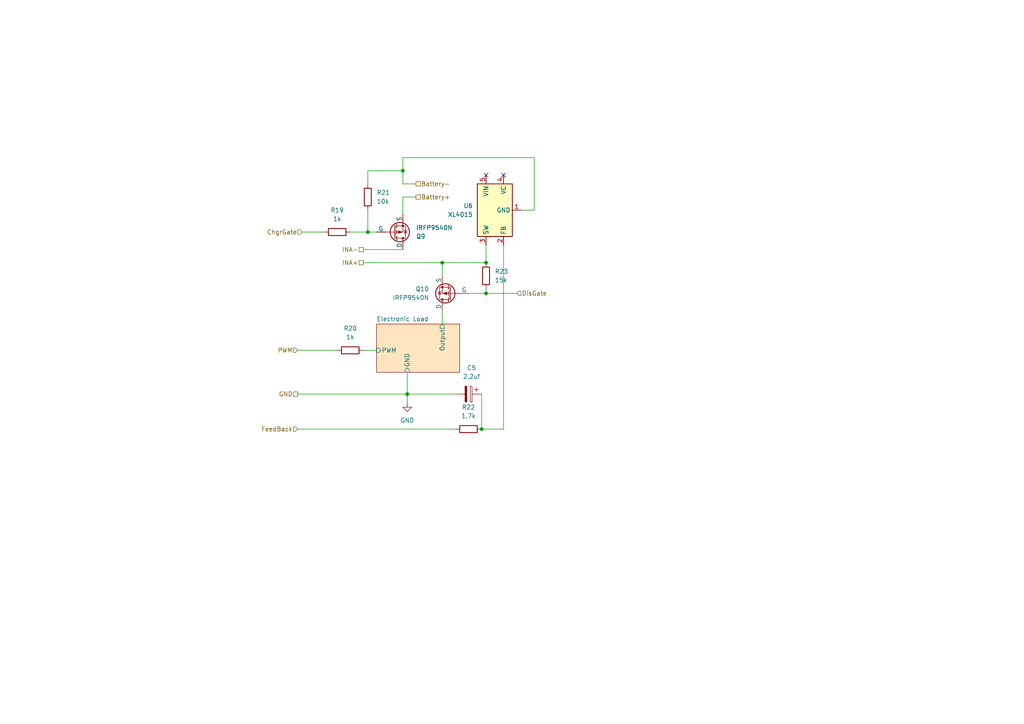
<source format=kicad_sch>
(kicad_sch (version 20250114) (generator "eeschema") (generator_version "9.0")
  (paper "A4")
  (title_block (title "Smart Cell Analizer"))
  (lib_symbols
    (symbol "Device:C_Polarized" (pin_numbers (hide yes)) (pin_names (offset 0.254))
      (property "Reference" "C" (at 0.635 2.54 0))
      (property "Value" "C_Polarized" (at 0.635 -2.54 0))
      (symbol "C_Polarized_0_1"
        (rectangle (start -2.286 0.508) (end 2.286 1.016))
        (polyline (pts (xy -1.778 2.286) (xy -0.762 2.286)))
        (polyline (pts (xy -1.27 2.794) (xy -1.27 1.778)))
        (rectangle (start 2.286 -0.508) (end -2.286 -1.016) (fill (type outline)))
      )
      (symbol "C_Polarized_1_1"
        (pin passive line (at 0 3.81 270) (length 2.794) (name "~") (number "1"))
        (pin passive line (at 0 -3.81 90) (length 2.794) (name "~") (number "2"))
      )
    )
    (symbol "Device:R" (pin_numbers (hide yes)) (pin_names (offset 0))
      (property "Reference" "R" (at 2.032 0 90))
      (property "Value" "R" (at 0 0 90))
      (symbol "R_0_1"
        (rectangle (start -1.016 -2.54) (end 1.016 2.54) (stroke (width 0.254)))
      )
      (symbol "R_1_1"
        (pin passive line (at 0 3.81 270) (length 1.27) (name "~") (number "1"))
        (pin passive line (at 0 -3.81 90) (length 1.27) (name "~") (number "2"))
      )
    )
    (symbol "Regulator_Switching:XL4015"
      (property "Reference" "U?" (at -6.35 6.35 0))
      (property "Value" "XL4015" (at 6.35 6.35 0))
      (symbol "XL4015_0_1"
        (rectangle (start -7.62 5.08) (end 7.62 -5.08) (stroke (width 0.254)) (fill (type background)))
      )
      (symbol "XL4015_1_1"
        (pin power_in line (at -10.16 2.54 0) (length 2.54) (name "VIN") (number "5"))
        (pin input line (at -10.16 -2.54 0) (length 2.54) (name "VC") (number "4"))
        (pin power_in line (at 0 -7.62 90) (length 2.54) (name "GND") (number "1"))
        (pin power_out line (at 10.16 2.54 180) (length 2.54) (name "SW") (number "3"))
        (pin input line (at 10.16 -2.54 180) (length 2.54) (name "FB") (number "2"))
      )
    )
    (symbol "Simulation_SPICE:PMOS" (pin_numbers (hide yes)) (pin_names (offset 0))
      (property "Reference" "Q" (at 5.08 1.27 0))
      (property "Value" "PMOS" (at 5.08 -1.27 0))
      (symbol "PMOS_0_1"
        (polyline (pts (xy 0.254 1.905) (xy 0.254 -1.905)) (stroke (width 0.254)))
        (polyline (pts (xy 0.254 0) (xy -2.54 0)))
        (polyline (pts (xy 0.762 2.286) (xy 0.762 1.27)) (stroke (width 0.254)))
        (polyline (pts (xy 0.762 1.778) (xy 3.302 1.778) (xy 3.302 -1.778) (xy 0.762 -1.778)))
        (polyline (pts (xy 0.762 0.508) (xy 0.762 -0.508)) (stroke (width 0.254)))
        (polyline (pts (xy 0.762 -1.27) (xy 0.762 -2.286)) (stroke (width 0.254)))
        (circle (center 1.651 0) (radius 2.794) (stroke (width 0.254)))
        (polyline (pts (xy 2.286 0) (xy 1.27 0.381) (xy 1.27 -0.381) (xy 2.286 0)) (fill (type outline)))
        (polyline (pts (xy 2.54 2.54) (xy 2.54 1.778)))
        (circle (center 2.54 1.778) (radius 0.254) (fill (type outline)))
        (circle (center 2.54 -1.778) (radius 0.254) (fill (type outline)))
        (polyline (pts (xy 2.54 -2.54) (xy 2.54 0) (xy 0.762 0)))
        (polyline (pts (xy 2.794 -0.508) (xy 2.921 -0.381) (xy 3.683 -0.381) (xy 3.81 -0.254)))
        (polyline (pts (xy 3.302 -0.381) (xy 2.921 0.254) (xy 3.683 0.254) (xy 3.302 -0.381)))
      )
      (symbol "PMOS_1_1"
        (pin input line (at -5.08 0 0) (length 2.54) (name "G") (number "2"))
        (pin passive line (at 2.54 5.08 270) (length 2.54) (name "D") (number "1"))
        (pin passive line (at 2.54 -5.08 90) (length 2.54) (name "S") (number "3"))
      )
    )
    (symbol "power:GND" (power) (pin_numbers (hide yes)) (pin_names (offset 0) (hide yes))
      (property "Value" "GND" (at 0 -3.81 0))
      (symbol "GND_0_1"
        (polyline (pts (xy 0 0) (xy 0 -1.27) (xy 1.27 -1.27) (xy 0 -2.54) (xy -1.27 -1.27) (xy 0 -1.27)))
      )
      (symbol "GND_1_1"
        (pin power_in line (at 0 0 270) (length 0) (name "~") (number "1"))
      )
    )
  )
  (junction (at 139.7 124.46))
  (junction (at 116.84 49.53))
  (junction (at 128.27 76.2))
  (junction (at 118.11 114.3))
  (junction (at 106.68 67.31))
  (junction (at 140.97 76.2))
  (junction (at 140.97 85.09))
  (no_connect (at 146.05 50.8))
  (no_connect (at 140.97 50.8))
  (wire (pts (xy 86.36 101.6) (xy 97.79 101.6)))
  (wire (pts (xy 118.11 114.3) (xy 118.11 116.84)))
  (wire (pts (xy 118.11 107.95) (xy 118.11 114.3)))
  (wire (pts (xy 154.94 45.72) (xy 116.84 45.72)))
  (wire (pts (xy 151.13 60.96) (xy 154.94 60.96)))
  (wire (pts (xy 116.84 57.15) (xy 120.65 57.15)))
  (wire (pts (xy 106.68 67.31) (xy 109.22 67.31)))
  (wire (pts (xy 146.05 71.12) (xy 146.05 124.46)))
  (wire (pts (xy 128.27 80.01) (xy 128.27 76.2)))
  (wire (pts (xy 154.94 60.96) (xy 154.94 45.72)))
  (wire (pts (xy 140.97 83.82) (xy 140.97 85.09)))
  (wire (pts (xy 132.08 114.3) (xy 118.11 114.3)))
  (wire (pts (xy 116.84 57.15) (xy 116.84 62.23)))
  (wire (pts (xy 140.97 85.09) (xy 149.86 85.09)))
  (wire (pts (xy 128.27 90.17) (xy 128.27 93.98)))
  (wire (pts (xy 106.68 60.96) (xy 106.68 67.31)))
  (wire (pts (xy 105.41 72.39) (xy 116.84 72.39)))
  (wire (pts (xy 106.68 49.53) (xy 116.84 49.53)))
  (wire (pts (xy 116.84 53.34) (xy 116.84 49.53)))
  (wire (pts (xy 101.6 67.31) (xy 106.68 67.31)))
  (wire (pts (xy 105.41 101.6) (xy 109.22 101.6)))
  (wire (pts (xy 120.65 53.34) (xy 116.84 53.34)))
  (wire (pts (xy 139.7 124.46) (xy 146.05 124.46)))
  (wire (pts (xy 128.27 76.2) (xy 140.97 76.2)))
  (wire (pts (xy 116.84 45.72) (xy 116.84 49.53)))
  (wire (pts (xy 87.63 67.31) (xy 93.98 67.31)))
  (wire (pts (xy 106.68 53.34) (xy 106.68 49.53)))
  (wire (pts (xy 105.41 76.2) (xy 128.27 76.2)))
  (wire (pts (xy 140.97 85.09) (xy 135.89 85.09)))
  (wire (pts (xy 86.36 114.3) (xy 118.11 114.3)))
  (wire (pts (xy 140.97 71.12) (xy 140.97 76.2)))
  (wire (pts (xy 139.7 114.3) (xy 139.7 124.46)))
  (wire (pts (xy 86.36 124.46) (xy 132.08 124.46)))
  (hierarchical_label "DisGate" (shape input) (at 149.86 85.09 0))
  (hierarchical_label "INA-" (shape passive) (at 105.41 72.39 180))
  (hierarchical_label "Battery+" (shape passive) (at 120.65 57.15 0))
  (hierarchical_label "ChgrGate" (shape input) (at 87.63 67.31 180))
  (hierarchical_label "INA+" (shape passive) (at 105.41 76.2 180))
  (hierarchical_label "Battery-" (shape passive) (at 120.65 53.34 0))
  (hierarchical_label "FeedBack" (shape input) (at 86.36 124.46 180))
  (hierarchical_label "GND" (shape passive) (at 86.36 114.3 180))
  (hierarchical_label "PWM" (shape input) (at 86.36 101.6 180))
  (symbol (lib_id "Simulation_SPICE:PMOS") (at 114.3 67.31 0) (mirror x) (unit 1)
    (property "Reference" "Q1" (at 120.65 68.5801 0) (effects (justify left)))
    (property "Value" "IRFP9540N" (at 120.65 66.0401 0) (effects (justify left)))
    (property "Datasheet" "https://ngspice.sourceforge.io/docs/ngspice-html-manual/manual.xhtml#cha_MOSFETs" (effects (hide yes)))
    (property "Description" "P-MOSFET transistor, drain/source/gate" (effects (hide yes)))
    (property "Sim.Device" "PMOS" (effects (hide yes)))
    (property "Sim.Type" "VDMOS" (effects (hide yes)))
    (property "Sim.Pins" "1=D 2=G 3=S" (effects (hide yes)))
    (instances (project "SmartCellAnalyzer" (path "" (reference "Q9") (unit 1)) (path "" (reference "Q1") (unit 1)) (path "" (reference "Q3") (unit 1))))
  )
  (symbol (lib_id "Device:R") (at 97.79 67.31 90) (unit 1)
    (property "Reference" "R1" (at 97.79 60.96 90))
    (property "Value" "1k" (at 97.79 63.5 90))
    (property "Description" "Resistor" (effects (hide yes)))
    (instances (project "SmartCellAnalyzer" (path "" (reference "R19") (unit 1)) (path "" (reference "R1") (unit 1)) (path "" (reference "R2") (unit 1))))
  )
  (symbol (lib_id "Device:R") (at 135.89 124.46 90) (unit 1)
    (property "Reference" "R8" (at 135.89 118.11 90))
    (property "Value" "1.7k" (at 135.89 120.65 90))
    (property "Description" "Resistor" (effects (hide yes)))
    (instances (project "SmartCellAnalyzer" (path "" (reference "R22") (unit 1)) (path "" (reference "R8") (unit 1)) (path "" (reference "R7") (unit 1))))
  )
  (symbol (lib_id "Device:R") (at 101.6 101.6 270) (unit 1)
    (property "Reference" "R4" (at 101.6 95.25 90))
    (property "Value" "1k" (at 101.6 97.79 90))
    (property "Description" "Resistor" (effects (hide yes)))
    (instances (project "SmartCellAnalyzer" (path "" (reference "R20") (unit 1)) (path "" (reference "R4") (unit 1)) (path "" (reference "R3") (unit 1))))
  )
  (symbol (lib_id "power:GND") (at 118.11 116.84 0) (unit 1)
    (property "Reference" "#PWR01" (effects (hide yes)))
    (property "Value" "GND" (at 118.11 121.92 0))
    (property "Description" "Power symbol creates a global label with name \"GND\" , ground" (effects (hide yes)))
    (instances (project "SmartCellAnalyzer" (path "" (reference "#PWR05") (unit 1)) (path "" (reference "#PWR01") (unit 1)) (path "" (reference "#PWR03") (unit 1))))
  )
  (symbol (lib_id "Regulator_Switching:XL4015") (at 143.51 60.96 90) (mirror x) (unit 1)
    (property "Reference" "U4" (at 137.16 59.6899 90) (effects (justify left)))
    (property "Value" "XL4015" (at 137.16 62.2299 90) (effects (justify left)))
    (property "Footprint" "Package_TO_SOT_SMD:TO-263-5_TabPin3" (effects (hide yes)))
    (property "Datasheet" "http://www.xlsemi.net/datasheet/XL4015%20datasheet-English.pdf" (effects (hide yes)))
    (property "Description" "5A 180kHz 36V Buck DC to DC Converter" (effects (hide yes)))
    (instances (project "SmartCellAnalyzer" (path "" (reference "U6") (unit 1)) (path "" (reference "U4") (unit 1)) (path "" (reference "U5") (unit 1))))
  )
  (symbol (lib_id "Device:R") (at 140.97 80.01 0) (unit 1)
    (property "Reference" "R9" (at 143.51 78.7399 0) (effects (justify left)))
    (property "Value" "15k" (at 143.51 81.2799 0) (effects (justify left)))
    (property "Description" "Resistor" (effects (hide yes)))
    (instances (project "SmartCellAnalyzer" (path "" (reference "R23") (unit 1)) (path "" (reference "R9") (unit 1)) (path "" (reference "R14") (unit 1))))
  )
  (symbol (lib_id "Simulation_SPICE:PMOS") (at 130.81 85.09 180) (unit 1)
    (property "Reference" "Q2" (at 124.46 83.8199 0) (effects (justify left)))
    (property "Value" "IRFP9540N" (at 124.46 86.3599 0) (effects (justify left)))
    (property "Datasheet" "https://ngspice.sourceforge.io/docs/ngspice-html-manual/manual.xhtml#cha_MOSFETs" (effects (hide yes)))
    (property "Description" "P-MOSFET transistor, drain/source/gate" (effects (hide yes)))
    (property "Sim.Device" "PMOS" (effects (hide yes)))
    (property "Sim.Type" "VDMOS" (effects (hide yes)))
    (property "Sim.Pins" "1=D 2=G 3=S" (effects (hide yes)))
    (instances (project "SmartCellAnalyzer" (path "" (reference "Q10") (unit 1)) (path "" (reference "Q2") (unit 1)) (path "" (reference "Q4") (unit 1))))
  )
  (symbol (lib_id "Device:C_Polarized") (at 135.89 114.3 270) (unit 1)
    (property "Reference" "C2" (at 136.779 106.68 90))
    (property "Value" "2.2uf" (at 136.779 109.22 90))
    (property "Description" "Polarized capacitor" (effects (hide yes)))
    (instances (project "SmartCellAnalyzer" (path "" (reference "C5") (unit 1)) (path "" (reference "C2") (unit 1)) (path "" (reference "C1") (unit 1))))
  )
  (symbol (lib_id "Device:R") (at 106.68 57.15 0) (unit 1)
    (property "Reference" "R5" (at 109.22 55.8799 0) (effects (justify left)))
    (property "Value" "10k" (at 109.22 58.4199 0) (effects (justify left)))
    (property "Description" "Resistor" (effects (hide yes)))
    (instances (project "SmartCellAnalyzer" (path "" (reference "R21") (unit 1)) (path "" (reference "R5") (unit 1)) (path "" (reference "R6") (unit 1))))
  )
  (sheet (at 109.22 93.98) (size 24.13 13.97) (stroke (width 0.1524)) (fill (color 255 229 191 1.0000))
    (property "Sheetname" "Electronic Load" (at 109.22 93.2684 0) (effects (justify left bottom)))
    (property "Sheetfile" "discharger.kicad_sch" (effects (hide yes)))
    (pin "GND" input (at 118.11 107.95 270))
    (pin "Output" output (at 128.27 93.98 90))
    (pin "PWM" input (at 109.22 101.6 180))
  )
)
</source>
